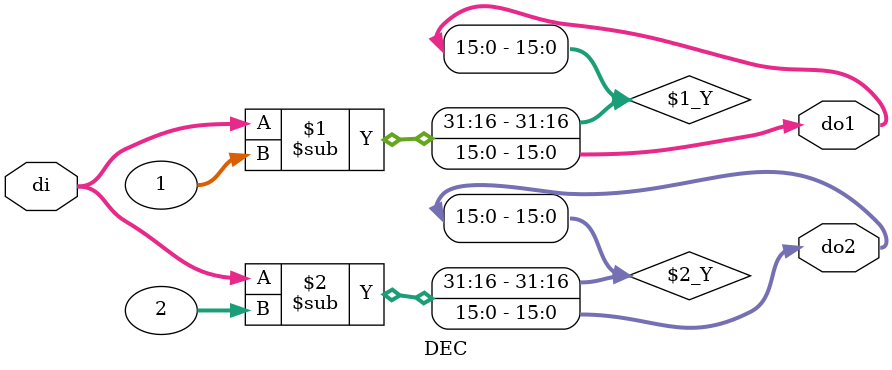
<source format=v>
module DEC (di, do1, do2);
	input [15:0] di;
	output [15:0] do1, do2;

	assign do1 = di - 1;
	assign do2 = di - 2;
endmodule
</source>
